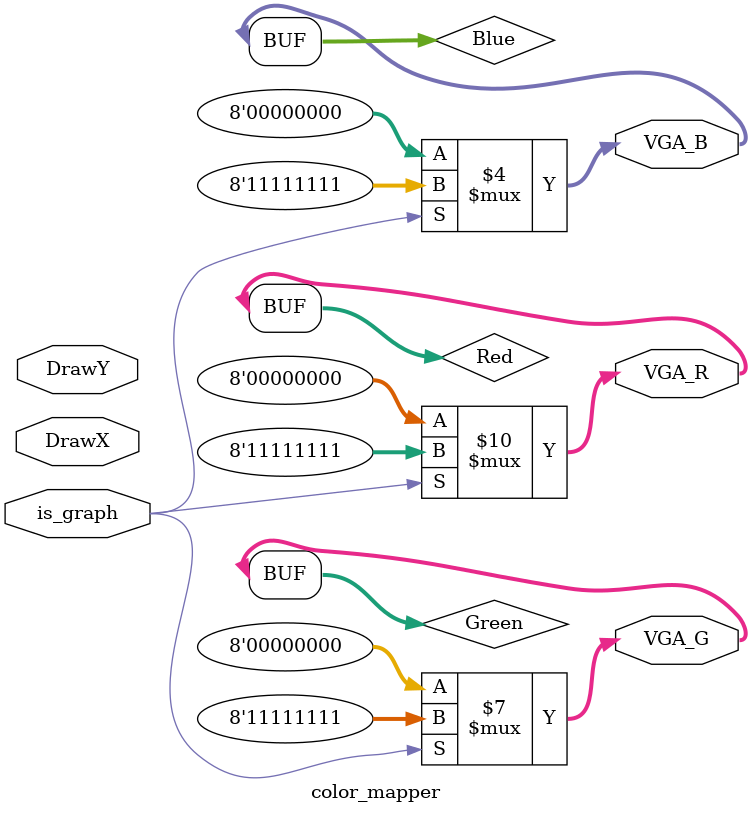
<source format=sv>

module  color_mapper ( input              is_graph,            // Whether current pixel belongs to the graph 
                                                              //   or background (computed in graph.sv)
                       input        [9:0] DrawX, DrawY,       // Current pixel coordinates
                       output logic [7:0] VGA_R, VGA_G, VGA_B // VGA RGB output
                     );
    
    logic [7:0] Red, Green, Blue;
    
    // Output colors to VGA
    assign VGA_R = Red;
    assign VGA_G = Green;
    assign VGA_B = Blue;
    
    // Assign color based on is_ball signal
    always_comb
    begin
        if (is_graph == 1'b1) 
        begin
            // White graph
            Red = 8'hff;
            Green = 8'hff;
            Blue = 8'hff;
        end
        else 
        begin
            Red = 8'h00; 
            Green = 8'h00;
            Blue = 8'h00;
        end
    end 
    
endmodule

</source>
